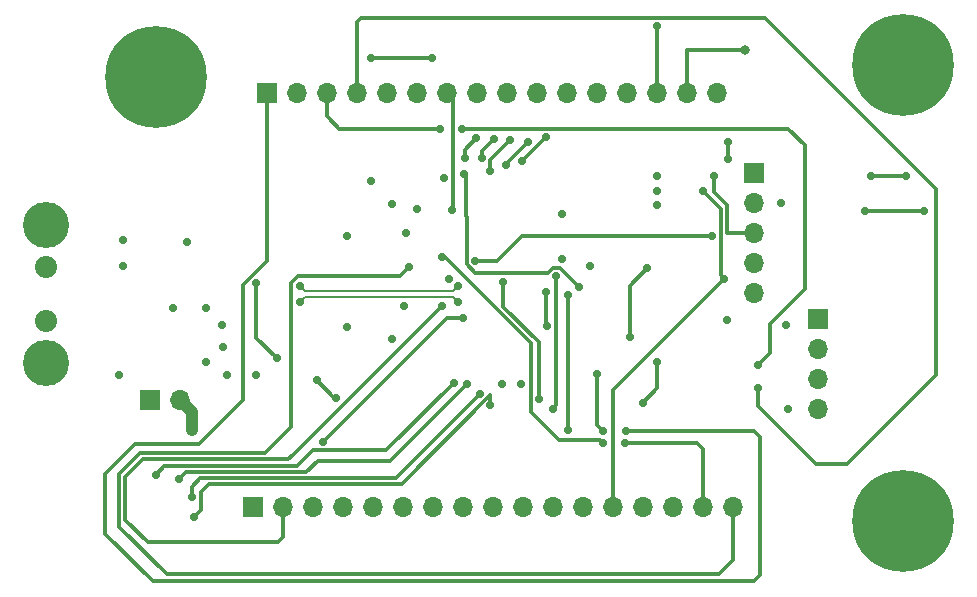
<source format=gbr>
%TF.GenerationSoftware,KiCad,Pcbnew,7.0.7-7.0.7~ubuntu22.04.1*%
%TF.CreationDate,2023-09-20T11:51:08+02:00*%
%TF.ProjectId,kicad103,6b696361-6431-4303-932e-6b696361645f,rev?*%
%TF.SameCoordinates,Original*%
%TF.FileFunction,Copper,L4,Bot*%
%TF.FilePolarity,Positive*%
%FSLAX46Y46*%
G04 Gerber Fmt 4.6, Leading zero omitted, Abs format (unit mm)*
G04 Created by KiCad (PCBNEW 7.0.7-7.0.7~ubuntu22.04.1) date 2023-09-20 11:51:08*
%MOMM*%
%LPD*%
G01*
G04 APERTURE LIST*
%TA.AperFunction,ComponentPad*%
%ADD10R,1.700000X1.700000*%
%TD*%
%TA.AperFunction,ComponentPad*%
%ADD11O,1.700000X1.700000*%
%TD*%
%TA.AperFunction,ComponentPad*%
%ADD12C,0.900000*%
%TD*%
%TA.AperFunction,ComponentPad*%
%ADD13C,8.600000*%
%TD*%
%TA.AperFunction,ComponentPad*%
%ADD14C,1.875000*%
%TD*%
%TA.AperFunction,ComponentPad*%
%ADD15C,3.894000*%
%TD*%
%TA.AperFunction,ViaPad*%
%ADD16C,0.700000*%
%TD*%
%TA.AperFunction,ViaPad*%
%ADD17C,0.800000*%
%TD*%
%TA.AperFunction,Conductor*%
%ADD18C,0.200000*%
%TD*%
%TA.AperFunction,Conductor*%
%ADD19C,1.000000*%
%TD*%
%TA.AperFunction,Conductor*%
%ADD20C,0.300000*%
%TD*%
G04 APERTURE END LIST*
D10*
%TO.P,J5,1,Pin_1*%
%TO.N,PB15*%
X67380000Y-52000000D03*
D11*
%TO.P,J5,2,Pin_2*%
%TO.N,PB14*%
X69920000Y-52000000D03*
%TO.P,J5,3,Pin_3*%
%TO.N,PB13*%
X72460000Y-52000000D03*
%TO.P,J5,4,Pin_4*%
%TO.N,PB12*%
X75000000Y-52000000D03*
%TO.P,J5,5,Pin_5*%
%TO.N,PB11*%
X77540000Y-52000000D03*
%TO.P,J5,6,Pin_6*%
%TO.N,PB10*%
X80080000Y-52000000D03*
%TO.P,J5,7,Pin_7*%
%TO.N,PB9*%
X82620000Y-52000000D03*
%TO.P,J5,8,Pin_8*%
%TO.N,PB8*%
X85160000Y-52000000D03*
%TO.P,J5,9,Pin_9*%
%TO.N,PB7*%
X87700000Y-52000000D03*
%TO.P,J5,10,Pin_10*%
%TO.N,PB6*%
X90240000Y-52000000D03*
%TO.P,J5,11,Pin_11*%
%TO.N,PB5*%
X92780000Y-52000000D03*
%TO.P,J5,12,Pin_12*%
%TO.N,PB4*%
X95320000Y-52000000D03*
%TO.P,J5,13,Pin_13*%
%TO.N,PB3*%
X97860000Y-52000000D03*
%TO.P,J5,14,Pin_14*%
%TO.N,PB2*%
X100400000Y-52000000D03*
%TO.P,J5,15,Pin_15*%
%TO.N,PB1*%
X102940000Y-52000000D03*
%TO.P,J5,16,Pin_16*%
%TO.N,PB0*%
X105480000Y-52000000D03*
%TD*%
D10*
%TO.P,J2,1,Pin_1*%
%TO.N,Net-(J2-Pin_1)*%
X57460000Y-78000000D03*
D11*
%TO.P,J2,2,Pin_2*%
%TO.N,GND*%
X60000000Y-78000000D03*
%TD*%
D12*
%TO.P,H3,1,1*%
%TO.N,GND*%
X54794581Y-50600000D03*
X55739162Y-48319581D03*
X55739162Y-52880419D03*
X58019581Y-47375000D03*
D13*
X58019581Y-50600000D03*
D12*
X58019581Y-53825000D03*
X60300000Y-48319581D03*
X60300000Y-52880419D03*
X61244581Y-50600000D03*
%TD*%
D10*
%TO.P,J7,1,Pin_1*%
%TO.N,+3.3V*%
X114000000Y-71080000D03*
D11*
%TO.P,J7,2,Pin_2*%
%TO.N,PB14*%
X114000000Y-73620000D03*
%TO.P,J7,3,Pin_3*%
%TO.N,PB13*%
X114000000Y-76160000D03*
%TO.P,J7,4,Pin_4*%
%TO.N,GND*%
X114000000Y-78700000D03*
%TD*%
D12*
%TO.P,H2,1,1*%
%TO.N,GND*%
X117994581Y-88180419D03*
X118939162Y-85900000D03*
X118939162Y-90460838D03*
X121219581Y-84955419D03*
D13*
X121219581Y-88180419D03*
D12*
X121219581Y-91405419D03*
X123500000Y-85900000D03*
X123500000Y-90460838D03*
X124444581Y-88180419D03*
%TD*%
D10*
%TO.P,J8,1,Pin_1*%
%TO.N,PB3*%
X108600000Y-58720000D03*
D11*
%TO.P,J8,2,Pin_2*%
%TO.N,+3.3V*%
X108600000Y-61260000D03*
%TO.P,J8,3,Pin_3*%
%TO.N,PA13*%
X108600000Y-63800000D03*
%TO.P,J8,4,Pin_4*%
%TO.N,PA14*%
X108600000Y-66340000D03*
%TO.P,J8,5,Pin_5*%
%TO.N,GND*%
X108600000Y-68880000D03*
%TD*%
D10*
%TO.P,J9,1,Pin_1*%
%TO.N,PA0*%
X66220000Y-87000000D03*
D11*
%TO.P,J9,2,Pin_2*%
%TO.N,PA1*%
X68760000Y-87000000D03*
%TO.P,J9,3,Pin_3*%
%TO.N,PA2*%
X71300000Y-87000000D03*
%TO.P,J9,4,Pin_4*%
%TO.N,PA3*%
X73840000Y-87000000D03*
%TO.P,J9,5,Pin_5*%
%TO.N,PA4*%
X76380000Y-87000000D03*
%TO.P,J9,6,Pin_6*%
%TO.N,PA5*%
X78920000Y-87000000D03*
%TO.P,J9,7,Pin_7*%
%TO.N,PA6*%
X81460000Y-87000000D03*
%TO.P,J9,8,Pin_8*%
%TO.N,PA7*%
X84000000Y-87000000D03*
%TO.P,J9,9,Pin_9*%
%TO.N,PA8*%
X86540000Y-87000000D03*
%TO.P,J9,10,Pin_10*%
%TO.N,PA9*%
X89080000Y-87000000D03*
%TO.P,J9,11,Pin_11*%
%TO.N,PA10*%
X91620000Y-87000000D03*
%TO.P,J9,12,Pin_12*%
%TO.N,PA13*%
X94160000Y-87000000D03*
%TO.P,J9,13,Pin_13*%
%TO.N,PA14*%
X96700000Y-87000000D03*
%TO.P,J9,14,Pin_14*%
%TO.N,PA15*%
X99240000Y-87000000D03*
%TO.P,J9,15,Pin_15*%
%TO.N,PC13*%
X101780000Y-87000000D03*
%TO.P,J9,16,Pin_16*%
%TO.N,PC14*%
X104320000Y-87000000D03*
%TO.P,J9,17,Pin_17*%
%TO.N,PC15*%
X106860000Y-87000000D03*
%TD*%
D14*
%TO.P,J1,5,5*%
%TO.N,unconnected-(J1-Pad5)*%
X48700000Y-66750000D03*
%TO.P,J1,6,6*%
%TO.N,unconnected-(J1-Pad6)*%
X48700000Y-71250000D03*
D15*
%TO.P,J1,7,7*%
%TO.N,unconnected-(J1-Pad7)*%
X48700000Y-63150000D03*
%TO.P,J1,8,8*%
%TO.N,unconnected-(J1-Pad8)*%
X48700000Y-74850000D03*
%TD*%
D12*
%TO.P,H1,1,1*%
%TO.N,GND*%
X117975000Y-49600000D03*
X118919581Y-47319581D03*
X118919581Y-51880419D03*
X121200000Y-46375000D03*
D13*
X121200000Y-49600000D03*
D12*
X121200000Y-52825000D03*
X123480419Y-47319581D03*
X123480419Y-51880419D03*
X124425000Y-49600000D03*
%TD*%
D16*
%TO.N,+3.3V*%
X92400000Y-62200000D03*
X88900000Y-76600000D03*
X62200000Y-70200000D03*
X60600000Y-64600000D03*
X110900000Y-61300000D03*
X79000000Y-70000000D03*
X63600000Y-71600000D03*
X100400000Y-59000000D03*
X64000000Y-75900000D03*
X79200000Y-63800000D03*
X59400000Y-70200000D03*
X111300000Y-71600000D03*
X80100000Y-61800000D03*
%TO.N,/USB_D-*%
X70157513Y-69650000D03*
X83549513Y-69650000D03*
%TO.N,GND*%
X111500000Y-78700000D03*
X87300000Y-76600000D03*
X82400000Y-59200000D03*
X78000000Y-61400000D03*
X74200000Y-64100000D03*
X82800000Y-67700000D03*
X106300000Y-71200000D03*
X100400000Y-60300000D03*
X78000000Y-72800000D03*
X76200000Y-59400000D03*
X74200000Y-71800000D03*
X54900000Y-75900000D03*
X100400000Y-61500000D03*
X55200000Y-64400000D03*
X63700000Y-73500000D03*
X62200000Y-74800000D03*
X92400000Y-66000000D03*
X55200000Y-66600000D03*
D17*
X61000000Y-80500000D03*
D16*
X94700000Y-66600000D03*
X66500000Y-75900000D03*
%TO.N,/USB_D+*%
X70157513Y-68350000D03*
X83549513Y-68350000D03*
%TO.N,PA13*%
X92900000Y-80500000D03*
X105200000Y-59000000D03*
X92900000Y-69100000D03*
%TO.N,PA14*%
X104300000Y-60300000D03*
X106100000Y-67700000D03*
%TO.N,PB3*%
X106400000Y-56100500D03*
X106400000Y-57600000D03*
%TO.N,PA15*%
X100400000Y-74800000D03*
X99600000Y-66800000D03*
X99200000Y-78200000D03*
X98100000Y-72600000D03*
%TO.N,PC14*%
X97700000Y-81600000D03*
X95800000Y-81600000D03*
X82236654Y-65900000D03*
%TO.N,PC15*%
X79398360Y-66700000D03*
%TO.N,PB15*%
X97800000Y-80600000D03*
X95300000Y-75763000D03*
X91100000Y-71700000D03*
X95800000Y-80600000D03*
X91000000Y-68800000D03*
%TO.N,PB14*%
X76200000Y-49000000D03*
X81400000Y-49000000D03*
%TO.N,PB13*%
X82000000Y-55000000D03*
X109000000Y-75000000D03*
X83900000Y-55000000D03*
%TO.N,PB12*%
X109000000Y-77000000D03*
%TO.N,PB11*%
X84000000Y-71000000D03*
X68200000Y-74400000D03*
X72100000Y-81500000D03*
X71600000Y-76300000D03*
X66500000Y-68100000D03*
X73200000Y-77800000D03*
%TO.N,PB10*%
X61200000Y-87900000D03*
X86300000Y-78400000D03*
%TO.N,PB9*%
X83050500Y-61896691D03*
%TO.N,PB8*%
X85100000Y-55800000D03*
X84125535Y-57499500D03*
%TO.N,PB7*%
X86600000Y-55900000D03*
X85600000Y-57499500D03*
%TO.N,PB6*%
X86305378Y-58605378D03*
X88000000Y-56000000D03*
%TO.N,PB5*%
X89500000Y-56100000D03*
X87600000Y-58100000D03*
%TO.N,PB4*%
X91000000Y-55700000D03*
X88955378Y-57755378D03*
%TO.N,PB2*%
X85400000Y-77500000D03*
X100400000Y-46349500D03*
X61000000Y-86200000D03*
%TO.N,PB1*%
X59900000Y-84700000D03*
D17*
X107900000Y-48300000D03*
D16*
X84300000Y-76600000D03*
X118500000Y-59000000D03*
X121500000Y-59000000D03*
%TO.N,PB0*%
X118000000Y-62000000D03*
X123000000Y-62000000D03*
X83194622Y-76494622D03*
X58000000Y-84300000D03*
%TO.N,PA1*%
X82200000Y-70000000D03*
%TO.N,PA9*%
X87400000Y-68024500D03*
X90400000Y-77900000D03*
%TO.N,PA10*%
X91600000Y-78700000D03*
X91900000Y-67500000D03*
%TO.N,NRST*%
X105100000Y-64100000D03*
X85000000Y-66200000D03*
%TO.N,BOOT0*%
X84050500Y-58844396D03*
X93794975Y-68405025D03*
%TD*%
D18*
%TO.N,/USB_D-*%
X70157513Y-69650000D02*
X70582513Y-69225000D01*
X83124514Y-69225001D02*
X83549513Y-69650000D01*
X70582513Y-69225000D02*
X83124514Y-69225001D01*
D19*
%TO.N,GND*%
X60000000Y-78000000D02*
X61000000Y-79000000D01*
X61000000Y-79000000D02*
X61000000Y-80500000D01*
D18*
%TO.N,/USB_D+*%
X70157513Y-68350000D02*
X70582513Y-68775000D01*
X70582513Y-68775000D02*
X83124514Y-68774999D01*
X83124514Y-68774999D02*
X83549513Y-68350000D01*
D20*
%TO.N,PA13*%
X105200000Y-59000000D02*
X105200000Y-60400000D01*
X92900000Y-80500000D02*
X92900000Y-69100000D01*
X106300000Y-61500000D02*
X105200000Y-60400000D01*
X108600000Y-63800000D02*
X106300000Y-63800000D01*
X106300000Y-63800000D02*
X106300000Y-61500000D01*
%TO.N,PA14*%
X104300000Y-60300000D02*
X105800000Y-61800000D01*
X105800000Y-67400000D02*
X106100000Y-67700000D01*
X96700000Y-87000000D02*
X96700000Y-77100000D01*
X96700000Y-77100000D02*
X106100000Y-67700000D01*
X105800000Y-61800000D02*
X105800000Y-67400000D01*
%TO.N,PB3*%
X106400000Y-57600000D02*
X106400000Y-56100500D01*
%TO.N,PA15*%
X99200000Y-78200000D02*
X100400000Y-77000000D01*
X100400000Y-77000000D02*
X100400000Y-74800000D01*
X99600000Y-66800000D02*
X98100000Y-68300000D01*
X98100000Y-68300000D02*
X98100000Y-72600000D01*
%TO.N,PC14*%
X95600000Y-81400000D02*
X95800000Y-81600000D01*
X89700000Y-79000000D02*
X92100000Y-81400000D01*
X89700000Y-78289950D02*
X89700000Y-73110050D01*
X82364053Y-65774103D02*
X82236654Y-65774103D01*
X89700000Y-78289950D02*
X89700000Y-79000000D01*
X104320000Y-82120000D02*
X104320000Y-87000000D01*
X103800000Y-81600000D02*
X104320000Y-82120000D01*
X92100000Y-81400000D02*
X95600000Y-81400000D01*
X97700000Y-81600000D02*
X103800000Y-81600000D01*
X89700000Y-73110050D02*
X82364053Y-65774103D01*
%TO.N,PC15*%
X69457513Y-80300000D02*
X67257513Y-82500000D01*
X79398360Y-66700000D02*
X78608410Y-67489950D01*
X54900000Y-88700000D02*
X58900000Y-92700000D01*
X70027613Y-67489950D02*
X69457513Y-68060050D01*
X67257513Y-82500000D02*
X56600000Y-82500000D01*
X54900000Y-84200000D02*
X54900000Y-88700000D01*
X58900000Y-92700000D02*
X105700000Y-92700000D01*
X106860000Y-91540000D02*
X106860000Y-87000000D01*
X105700000Y-92700000D02*
X106860000Y-91540000D01*
X69457513Y-68060050D02*
X69457513Y-80300000D01*
X78608410Y-67489950D02*
X70027613Y-67489950D01*
X56600000Y-82500000D02*
X54900000Y-84200000D01*
%TO.N,PB15*%
X67380000Y-66230050D02*
X67380000Y-52000000D01*
X108600000Y-80600000D02*
X109100000Y-81100000D01*
X53700000Y-84200000D02*
X56189950Y-81710050D01*
X56189950Y-81710050D02*
X61600000Y-81710050D01*
X109100000Y-92800000D02*
X108600000Y-93300000D01*
X53700000Y-89300000D02*
X53700000Y-84200000D01*
X109100000Y-81100000D02*
X109100000Y-92800000D01*
X65352082Y-68257968D02*
X67380000Y-66230050D01*
X95300000Y-75763000D02*
X95300000Y-80100000D01*
X57700000Y-93300000D02*
X53700000Y-89300000D01*
X91000000Y-71600000D02*
X91100000Y-71700000D01*
X61600000Y-81710050D02*
X65352082Y-77957968D01*
X65352082Y-77957968D02*
X65352082Y-68257968D01*
X95300000Y-80100000D02*
X95800000Y-80600000D01*
X108600000Y-93300000D02*
X57700000Y-93300000D01*
X91000000Y-68800000D02*
X91000000Y-71600000D01*
X97800000Y-80600000D02*
X108600000Y-80600000D01*
%TO.N,PB14*%
X81400000Y-49000000D02*
X76200000Y-49000000D01*
%TO.N,PB13*%
X72600000Y-54100000D02*
X73500000Y-55000000D01*
X72460000Y-53960000D02*
X72600000Y-54100000D01*
X112900000Y-68600000D02*
X112900000Y-56400000D01*
X110000000Y-71500000D02*
X112900000Y-68600000D01*
X73500000Y-55000000D02*
X74100000Y-55000000D01*
X72460000Y-52000000D02*
X72460000Y-53960000D01*
X110000000Y-74000000D02*
X110000000Y-71500000D01*
X109000000Y-75000000D02*
X110000000Y-74000000D01*
X111500000Y-55000000D02*
X83900000Y-55000000D01*
X74100000Y-55000000D02*
X82000000Y-55000000D01*
X112900000Y-56400000D02*
X111500000Y-55000000D01*
%TO.N,PB12*%
X75350500Y-45649500D02*
X75000000Y-46000000D01*
X109549500Y-45649500D02*
X75350500Y-45649500D01*
X124000000Y-75900000D02*
X124000000Y-60100000D01*
X109000000Y-77000000D02*
X109000000Y-78500000D01*
X75000000Y-46000000D02*
X75000000Y-52000000D01*
X109000000Y-78500000D02*
X113900000Y-83400000D01*
X113900000Y-83400000D02*
X116500000Y-83400000D01*
X116500000Y-83400000D02*
X124000000Y-75900000D01*
X124000000Y-60100000D02*
X109549500Y-45649500D01*
%TO.N,PB11*%
X84000000Y-71000000D02*
X82600000Y-71000000D01*
X66500000Y-72700000D02*
X66500000Y-68100000D01*
X73200000Y-77800000D02*
X73100000Y-77800000D01*
X82600000Y-71000000D02*
X72100000Y-81500000D01*
X73100000Y-77800000D02*
X71600000Y-76300000D01*
X68200000Y-74400000D02*
X66500000Y-72700000D01*
%TO.N,PB10*%
X61800000Y-85800000D02*
X62500000Y-85100000D01*
X86300000Y-77589950D02*
X86300000Y-78400000D01*
X61200000Y-87900000D02*
X61800000Y-87300000D01*
X78789950Y-85100000D02*
X86300000Y-77589950D01*
X62500000Y-85100000D02*
X78789950Y-85100000D01*
X61800000Y-87300000D02*
X61800000Y-85800000D01*
%TO.N,PB9*%
X83100000Y-61847191D02*
X83100000Y-52480000D01*
X83050500Y-61896691D02*
X83100000Y-61847191D01*
X83100000Y-52480000D02*
X82620000Y-52000000D01*
%TO.N,PB8*%
X84125535Y-56774465D02*
X85100000Y-55800000D01*
X84125535Y-57499500D02*
X84125535Y-56774465D01*
%TO.N,PB7*%
X85600000Y-57499500D02*
X85600000Y-56900000D01*
X85600000Y-56900000D02*
X86600000Y-55900000D01*
%TO.N,PB6*%
X86305378Y-57694622D02*
X88000000Y-56000000D01*
X86305378Y-58605378D02*
X86305378Y-57694622D01*
%TO.N,PB5*%
X87600000Y-58100000D02*
X87600000Y-58000000D01*
X87600000Y-58000000D02*
X89500000Y-56100000D01*
%TO.N,PB4*%
X88955378Y-57744622D02*
X91000000Y-55700000D01*
X88955378Y-57755378D02*
X88955378Y-57744622D01*
%TO.N,PB2*%
X61000000Y-85300000D02*
X61000000Y-86200000D01*
X78300000Y-84600000D02*
X61700000Y-84600000D01*
X100400000Y-46349500D02*
X100400000Y-52000000D01*
X79100000Y-83800000D02*
X78300000Y-84600000D01*
X61700000Y-84600000D02*
X61000000Y-85300000D01*
X85400000Y-77500000D02*
X79100000Y-83800000D01*
%TO.N,PB1*%
X70700000Y-84100000D02*
X61400000Y-84100000D01*
X71700000Y-83100000D02*
X70700000Y-84100000D01*
X60500000Y-84100000D02*
X59900000Y-84700000D01*
X84300000Y-76600000D02*
X77800000Y-83100000D01*
X102940000Y-48360000D02*
X107840000Y-48360000D01*
X77800000Y-83100000D02*
X71700000Y-83100000D01*
X102940000Y-48360000D02*
X102940000Y-52000000D01*
X107840000Y-48360000D02*
X107900000Y-48300000D01*
X118500000Y-59000000D02*
X121500000Y-59000000D01*
X61400000Y-84100000D02*
X60500000Y-84100000D01*
%TO.N,PB0*%
X61100000Y-83600000D02*
X58700000Y-83600000D01*
X69900000Y-83600000D02*
X61100000Y-83600000D01*
X71300000Y-82200000D02*
X69900000Y-83600000D01*
X77489244Y-82200000D02*
X71300000Y-82200000D01*
X58700000Y-83600000D02*
X58000000Y-84300000D01*
X83194622Y-76494622D02*
X77489244Y-82200000D01*
X123000000Y-62000000D02*
X118000000Y-62000000D01*
%TO.N,PA1*%
X69550000Y-82650000D02*
X82200000Y-70000000D01*
X69200000Y-83000000D02*
X69550000Y-82650000D01*
X68760000Y-89540000D02*
X68300000Y-90000000D01*
X56900000Y-83000000D02*
X69200000Y-83000000D01*
X57300000Y-90000000D02*
X55400000Y-88100000D01*
X68760000Y-87000000D02*
X68760000Y-89540000D01*
X55400000Y-84500000D02*
X56900000Y-83000000D01*
X68300000Y-90000000D02*
X57300000Y-90000000D01*
X55400000Y-88100000D02*
X55400000Y-84500000D01*
%TO.N,PA9*%
X87400000Y-68024500D02*
X87400000Y-70102944D01*
X90397056Y-73100000D02*
X90400000Y-73100000D01*
X87400000Y-70102944D02*
X90397056Y-73100000D01*
X90400000Y-73100000D02*
X90400000Y-77900000D01*
%TO.N,PA10*%
X91900000Y-67500000D02*
X91900000Y-78400000D01*
X91900000Y-78400000D02*
X91600000Y-78700000D01*
%TO.N,NRST*%
X105100000Y-64100000D02*
X89000000Y-64100000D01*
X89000000Y-64100000D02*
X86900000Y-66200000D01*
X86900000Y-66200000D02*
X85000000Y-66200000D01*
%TO.N,BOOT0*%
X85020100Y-67210050D02*
X91200000Y-67210050D01*
X92189950Y-66800000D02*
X93794975Y-68405025D01*
X91200000Y-67210050D02*
X91610050Y-66800000D01*
X84050500Y-58844396D02*
X84200000Y-58993896D01*
X84200000Y-58993896D02*
X84200000Y-62400000D01*
X84300000Y-62500000D02*
X84300000Y-66489950D01*
X91610050Y-66800000D02*
X92189950Y-66800000D01*
X84300000Y-66489950D02*
X85020100Y-67210050D01*
X84200000Y-62400000D02*
X84300000Y-62500000D01*
%TD*%
M02*

</source>
